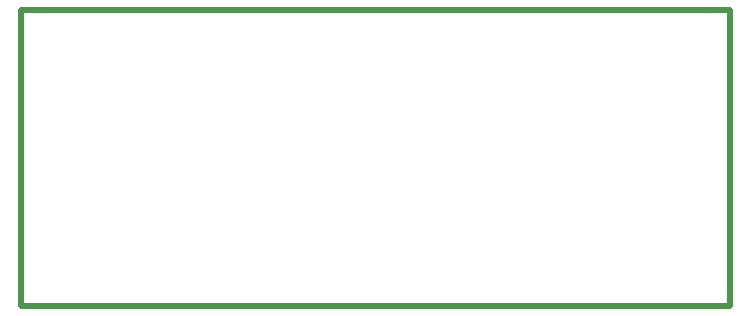
<source format=gbr>
%TF.GenerationSoftware,KiCad,Pcbnew,7.0.6*%
%TF.CreationDate,2023-07-26T14:22:16+03:00*%
%TF.ProjectId,Accelerometru,41636365-6c65-4726-9f6d-657472752e6b,rev?*%
%TF.SameCoordinates,Original*%
%TF.FileFunction,Profile,NP*%
%FSLAX46Y46*%
G04 Gerber Fmt 4.6, Leading zero omitted, Abs format (unit mm)*
G04 Created by KiCad (PCBNEW 7.0.6) date 2023-07-26 14:22:16*
%MOMM*%
%LPD*%
G01*
G04 APERTURE LIST*
%TA.AperFunction,Profile*%
%ADD10C,0.500000*%
%TD*%
G04 APERTURE END LIST*
D10*
X164211000Y-88519000D02*
X164211000Y-63500000D01*
X224282000Y-63500000D02*
X224282000Y-88519000D01*
X224282000Y-88519000D02*
X164211000Y-88519000D01*
X164211000Y-63500000D02*
X224282000Y-63500000D01*
M02*

</source>
